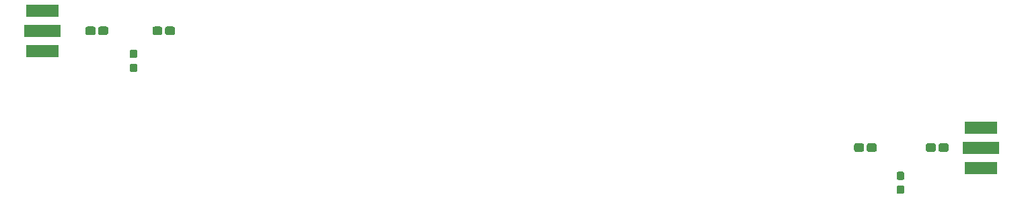
<source format=gbr>
G04 #@! TF.GenerationSoftware,KiCad,Pcbnew,5.1.2-f72e74a~84~ubuntu18.04.1*
G04 #@! TF.CreationDate,2019-11-21T14:14:44+01:00*
G04 #@! TF.ProjectId,FR4_proto,4652345f-7072-46f7-946f-2e6b69636164,rev?*
G04 #@! TF.SameCoordinates,Original*
G04 #@! TF.FileFunction,Paste,Top*
G04 #@! TF.FilePolarity,Positive*
%FSLAX46Y46*%
G04 Gerber Fmt 4.6, Leading zero omitted, Abs format (unit mm)*
G04 Created by KiCad (PCBNEW 5.1.2-f72e74a~84~ubuntu18.04.1) date 2019-11-21 14:14:44*
%MOMM*%
%LPD*%
G04 APERTURE LIST*
%ADD10R,4.060000X1.520000*%
%ADD11R,4.600000X1.520000*%
%ADD12C,0.100000*%
%ADD13C,0.950000*%
%ADD14C,1.050000*%
G04 APERTURE END LIST*
D10*
X176530000Y-106180000D03*
X176530000Y-101100000D03*
D11*
X176530000Y-103640000D03*
D10*
X58420000Y-86360000D03*
X58420000Y-91440000D03*
D11*
X58420000Y-88900000D03*
D12*
G36*
X166630779Y-108396144D02*
G01*
X166653834Y-108399563D01*
X166676443Y-108405227D01*
X166698387Y-108413079D01*
X166719457Y-108423044D01*
X166739448Y-108435026D01*
X166758168Y-108448910D01*
X166775438Y-108464562D01*
X166791090Y-108481832D01*
X166804974Y-108500552D01*
X166816956Y-108520543D01*
X166826921Y-108541613D01*
X166834773Y-108563557D01*
X166840437Y-108586166D01*
X166843856Y-108609221D01*
X166845000Y-108632500D01*
X166845000Y-109207500D01*
X166843856Y-109230779D01*
X166840437Y-109253834D01*
X166834773Y-109276443D01*
X166826921Y-109298387D01*
X166816956Y-109319457D01*
X166804974Y-109339448D01*
X166791090Y-109358168D01*
X166775438Y-109375438D01*
X166758168Y-109391090D01*
X166739448Y-109404974D01*
X166719457Y-109416956D01*
X166698387Y-109426921D01*
X166676443Y-109434773D01*
X166653834Y-109440437D01*
X166630779Y-109443856D01*
X166607500Y-109445000D01*
X166132500Y-109445000D01*
X166109221Y-109443856D01*
X166086166Y-109440437D01*
X166063557Y-109434773D01*
X166041613Y-109426921D01*
X166020543Y-109416956D01*
X166000552Y-109404974D01*
X165981832Y-109391090D01*
X165964562Y-109375438D01*
X165948910Y-109358168D01*
X165935026Y-109339448D01*
X165923044Y-109319457D01*
X165913079Y-109298387D01*
X165905227Y-109276443D01*
X165899563Y-109253834D01*
X165896144Y-109230779D01*
X165895000Y-109207500D01*
X165895000Y-108632500D01*
X165896144Y-108609221D01*
X165899563Y-108586166D01*
X165905227Y-108563557D01*
X165913079Y-108541613D01*
X165923044Y-108520543D01*
X165935026Y-108500552D01*
X165948910Y-108481832D01*
X165964562Y-108464562D01*
X165981832Y-108448910D01*
X166000552Y-108435026D01*
X166020543Y-108423044D01*
X166041613Y-108413079D01*
X166063557Y-108405227D01*
X166086166Y-108399563D01*
X166109221Y-108396144D01*
X166132500Y-108395000D01*
X166607500Y-108395000D01*
X166630779Y-108396144D01*
X166630779Y-108396144D01*
G37*
D13*
X166370000Y-108920000D03*
D12*
G36*
X166630779Y-106646144D02*
G01*
X166653834Y-106649563D01*
X166676443Y-106655227D01*
X166698387Y-106663079D01*
X166719457Y-106673044D01*
X166739448Y-106685026D01*
X166758168Y-106698910D01*
X166775438Y-106714562D01*
X166791090Y-106731832D01*
X166804974Y-106750552D01*
X166816956Y-106770543D01*
X166826921Y-106791613D01*
X166834773Y-106813557D01*
X166840437Y-106836166D01*
X166843856Y-106859221D01*
X166845000Y-106882500D01*
X166845000Y-107457500D01*
X166843856Y-107480779D01*
X166840437Y-107503834D01*
X166834773Y-107526443D01*
X166826921Y-107548387D01*
X166816956Y-107569457D01*
X166804974Y-107589448D01*
X166791090Y-107608168D01*
X166775438Y-107625438D01*
X166758168Y-107641090D01*
X166739448Y-107654974D01*
X166719457Y-107666956D01*
X166698387Y-107676921D01*
X166676443Y-107684773D01*
X166653834Y-107690437D01*
X166630779Y-107693856D01*
X166607500Y-107695000D01*
X166132500Y-107695000D01*
X166109221Y-107693856D01*
X166086166Y-107690437D01*
X166063557Y-107684773D01*
X166041613Y-107676921D01*
X166020543Y-107666956D01*
X166000552Y-107654974D01*
X165981832Y-107641090D01*
X165964562Y-107625438D01*
X165948910Y-107608168D01*
X165935026Y-107589448D01*
X165923044Y-107569457D01*
X165913079Y-107548387D01*
X165905227Y-107526443D01*
X165899563Y-107503834D01*
X165896144Y-107480779D01*
X165895000Y-107457500D01*
X165895000Y-106882500D01*
X165896144Y-106859221D01*
X165899563Y-106836166D01*
X165905227Y-106813557D01*
X165913079Y-106791613D01*
X165923044Y-106770543D01*
X165935026Y-106750552D01*
X165948910Y-106731832D01*
X165964562Y-106714562D01*
X165981832Y-106698910D01*
X166000552Y-106685026D01*
X166020543Y-106673044D01*
X166041613Y-106663079D01*
X166063557Y-106655227D01*
X166086166Y-106649563D01*
X166109221Y-106646144D01*
X166132500Y-106645000D01*
X166607500Y-106645000D01*
X166630779Y-106646144D01*
X166630779Y-106646144D01*
G37*
D13*
X166370000Y-107170000D03*
D12*
G36*
X70110779Y-93056144D02*
G01*
X70133834Y-93059563D01*
X70156443Y-93065227D01*
X70178387Y-93073079D01*
X70199457Y-93083044D01*
X70219448Y-93095026D01*
X70238168Y-93108910D01*
X70255438Y-93124562D01*
X70271090Y-93141832D01*
X70284974Y-93160552D01*
X70296956Y-93180543D01*
X70306921Y-93201613D01*
X70314773Y-93223557D01*
X70320437Y-93246166D01*
X70323856Y-93269221D01*
X70325000Y-93292500D01*
X70325000Y-93867500D01*
X70323856Y-93890779D01*
X70320437Y-93913834D01*
X70314773Y-93936443D01*
X70306921Y-93958387D01*
X70296956Y-93979457D01*
X70284974Y-93999448D01*
X70271090Y-94018168D01*
X70255438Y-94035438D01*
X70238168Y-94051090D01*
X70219448Y-94064974D01*
X70199457Y-94076956D01*
X70178387Y-94086921D01*
X70156443Y-94094773D01*
X70133834Y-94100437D01*
X70110779Y-94103856D01*
X70087500Y-94105000D01*
X69612500Y-94105000D01*
X69589221Y-94103856D01*
X69566166Y-94100437D01*
X69543557Y-94094773D01*
X69521613Y-94086921D01*
X69500543Y-94076956D01*
X69480552Y-94064974D01*
X69461832Y-94051090D01*
X69444562Y-94035438D01*
X69428910Y-94018168D01*
X69415026Y-93999448D01*
X69403044Y-93979457D01*
X69393079Y-93958387D01*
X69385227Y-93936443D01*
X69379563Y-93913834D01*
X69376144Y-93890779D01*
X69375000Y-93867500D01*
X69375000Y-93292500D01*
X69376144Y-93269221D01*
X69379563Y-93246166D01*
X69385227Y-93223557D01*
X69393079Y-93201613D01*
X69403044Y-93180543D01*
X69415026Y-93160552D01*
X69428910Y-93141832D01*
X69444562Y-93124562D01*
X69461832Y-93108910D01*
X69480552Y-93095026D01*
X69500543Y-93083044D01*
X69521613Y-93073079D01*
X69543557Y-93065227D01*
X69566166Y-93059563D01*
X69589221Y-93056144D01*
X69612500Y-93055000D01*
X70087500Y-93055000D01*
X70110779Y-93056144D01*
X70110779Y-93056144D01*
G37*
D13*
X69850000Y-93580000D03*
D12*
G36*
X70110779Y-91306144D02*
G01*
X70133834Y-91309563D01*
X70156443Y-91315227D01*
X70178387Y-91323079D01*
X70199457Y-91333044D01*
X70219448Y-91345026D01*
X70238168Y-91358910D01*
X70255438Y-91374562D01*
X70271090Y-91391832D01*
X70284974Y-91410552D01*
X70296956Y-91430543D01*
X70306921Y-91451613D01*
X70314773Y-91473557D01*
X70320437Y-91496166D01*
X70323856Y-91519221D01*
X70325000Y-91542500D01*
X70325000Y-92117500D01*
X70323856Y-92140779D01*
X70320437Y-92163834D01*
X70314773Y-92186443D01*
X70306921Y-92208387D01*
X70296956Y-92229457D01*
X70284974Y-92249448D01*
X70271090Y-92268168D01*
X70255438Y-92285438D01*
X70238168Y-92301090D01*
X70219448Y-92314974D01*
X70199457Y-92326956D01*
X70178387Y-92336921D01*
X70156443Y-92344773D01*
X70133834Y-92350437D01*
X70110779Y-92353856D01*
X70087500Y-92355000D01*
X69612500Y-92355000D01*
X69589221Y-92353856D01*
X69566166Y-92350437D01*
X69543557Y-92344773D01*
X69521613Y-92336921D01*
X69500543Y-92326956D01*
X69480552Y-92314974D01*
X69461832Y-92301090D01*
X69444562Y-92285438D01*
X69428910Y-92268168D01*
X69415026Y-92249448D01*
X69403044Y-92229457D01*
X69393079Y-92208387D01*
X69385227Y-92186443D01*
X69379563Y-92163834D01*
X69376144Y-92140779D01*
X69375000Y-92117500D01*
X69375000Y-91542500D01*
X69376144Y-91519221D01*
X69379563Y-91496166D01*
X69385227Y-91473557D01*
X69393079Y-91451613D01*
X69403044Y-91430543D01*
X69415026Y-91410552D01*
X69428910Y-91391832D01*
X69444562Y-91374562D01*
X69461832Y-91358910D01*
X69480552Y-91345026D01*
X69500543Y-91333044D01*
X69521613Y-91323079D01*
X69543557Y-91315227D01*
X69566166Y-91309563D01*
X69589221Y-91306144D01*
X69612500Y-91305000D01*
X70087500Y-91305000D01*
X70110779Y-91306144D01*
X70110779Y-91306144D01*
G37*
D13*
X69850000Y-91830000D03*
D12*
G36*
X170579505Y-103087204D02*
G01*
X170603773Y-103090804D01*
X170627572Y-103096765D01*
X170650671Y-103105030D01*
X170672850Y-103115520D01*
X170693893Y-103128132D01*
X170713599Y-103142747D01*
X170731777Y-103159223D01*
X170748253Y-103177401D01*
X170762868Y-103197107D01*
X170775480Y-103218150D01*
X170785970Y-103240329D01*
X170794235Y-103263428D01*
X170800196Y-103287227D01*
X170803796Y-103311495D01*
X170805000Y-103335999D01*
X170805000Y-103886001D01*
X170803796Y-103910505D01*
X170800196Y-103934773D01*
X170794235Y-103958572D01*
X170785970Y-103981671D01*
X170775480Y-104003850D01*
X170762868Y-104024893D01*
X170748253Y-104044599D01*
X170731777Y-104062777D01*
X170713599Y-104079253D01*
X170693893Y-104093868D01*
X170672850Y-104106480D01*
X170650671Y-104116970D01*
X170627572Y-104125235D01*
X170603773Y-104131196D01*
X170579505Y-104134796D01*
X170555001Y-104136000D01*
X169804999Y-104136000D01*
X169780495Y-104134796D01*
X169756227Y-104131196D01*
X169732428Y-104125235D01*
X169709329Y-104116970D01*
X169687150Y-104106480D01*
X169666107Y-104093868D01*
X169646401Y-104079253D01*
X169628223Y-104062777D01*
X169611747Y-104044599D01*
X169597132Y-104024893D01*
X169584520Y-104003850D01*
X169574030Y-103981671D01*
X169565765Y-103958572D01*
X169559804Y-103934773D01*
X169556204Y-103910505D01*
X169555000Y-103886001D01*
X169555000Y-103335999D01*
X169556204Y-103311495D01*
X169559804Y-103287227D01*
X169565765Y-103263428D01*
X169574030Y-103240329D01*
X169584520Y-103218150D01*
X169597132Y-103197107D01*
X169611747Y-103177401D01*
X169628223Y-103159223D01*
X169646401Y-103142747D01*
X169666107Y-103128132D01*
X169687150Y-103115520D01*
X169709329Y-103105030D01*
X169732428Y-103096765D01*
X169756227Y-103090804D01*
X169780495Y-103087204D01*
X169804999Y-103086000D01*
X170555001Y-103086000D01*
X170579505Y-103087204D01*
X170579505Y-103087204D01*
G37*
D14*
X170180000Y-103611000D03*
D12*
G36*
X172179505Y-103087204D02*
G01*
X172203773Y-103090804D01*
X172227572Y-103096765D01*
X172250671Y-103105030D01*
X172272850Y-103115520D01*
X172293893Y-103128132D01*
X172313599Y-103142747D01*
X172331777Y-103159223D01*
X172348253Y-103177401D01*
X172362868Y-103197107D01*
X172375480Y-103218150D01*
X172385970Y-103240329D01*
X172394235Y-103263428D01*
X172400196Y-103287227D01*
X172403796Y-103311495D01*
X172405000Y-103335999D01*
X172405000Y-103886001D01*
X172403796Y-103910505D01*
X172400196Y-103934773D01*
X172394235Y-103958572D01*
X172385970Y-103981671D01*
X172375480Y-104003850D01*
X172362868Y-104024893D01*
X172348253Y-104044599D01*
X172331777Y-104062777D01*
X172313599Y-104079253D01*
X172293893Y-104093868D01*
X172272850Y-104106480D01*
X172250671Y-104116970D01*
X172227572Y-104125235D01*
X172203773Y-104131196D01*
X172179505Y-104134796D01*
X172155001Y-104136000D01*
X171404999Y-104136000D01*
X171380495Y-104134796D01*
X171356227Y-104131196D01*
X171332428Y-104125235D01*
X171309329Y-104116970D01*
X171287150Y-104106480D01*
X171266107Y-104093868D01*
X171246401Y-104079253D01*
X171228223Y-104062777D01*
X171211747Y-104044599D01*
X171197132Y-104024893D01*
X171184520Y-104003850D01*
X171174030Y-103981671D01*
X171165765Y-103958572D01*
X171159804Y-103934773D01*
X171156204Y-103910505D01*
X171155000Y-103886001D01*
X171155000Y-103335999D01*
X171156204Y-103311495D01*
X171159804Y-103287227D01*
X171165765Y-103263428D01*
X171174030Y-103240329D01*
X171184520Y-103218150D01*
X171197132Y-103197107D01*
X171211747Y-103177401D01*
X171228223Y-103159223D01*
X171246401Y-103142747D01*
X171266107Y-103128132D01*
X171287150Y-103115520D01*
X171309329Y-103105030D01*
X171332428Y-103096765D01*
X171356227Y-103090804D01*
X171380495Y-103087204D01*
X171404999Y-103086000D01*
X172155001Y-103086000D01*
X172179505Y-103087204D01*
X172179505Y-103087204D01*
G37*
D14*
X171780000Y-103611000D03*
D12*
G36*
X161559505Y-103087204D02*
G01*
X161583773Y-103090804D01*
X161607572Y-103096765D01*
X161630671Y-103105030D01*
X161652850Y-103115520D01*
X161673893Y-103128132D01*
X161693599Y-103142747D01*
X161711777Y-103159223D01*
X161728253Y-103177401D01*
X161742868Y-103197107D01*
X161755480Y-103218150D01*
X161765970Y-103240329D01*
X161774235Y-103263428D01*
X161780196Y-103287227D01*
X161783796Y-103311495D01*
X161785000Y-103335999D01*
X161785000Y-103886001D01*
X161783796Y-103910505D01*
X161780196Y-103934773D01*
X161774235Y-103958572D01*
X161765970Y-103981671D01*
X161755480Y-104003850D01*
X161742868Y-104024893D01*
X161728253Y-104044599D01*
X161711777Y-104062777D01*
X161693599Y-104079253D01*
X161673893Y-104093868D01*
X161652850Y-104106480D01*
X161630671Y-104116970D01*
X161607572Y-104125235D01*
X161583773Y-104131196D01*
X161559505Y-104134796D01*
X161535001Y-104136000D01*
X160784999Y-104136000D01*
X160760495Y-104134796D01*
X160736227Y-104131196D01*
X160712428Y-104125235D01*
X160689329Y-104116970D01*
X160667150Y-104106480D01*
X160646107Y-104093868D01*
X160626401Y-104079253D01*
X160608223Y-104062777D01*
X160591747Y-104044599D01*
X160577132Y-104024893D01*
X160564520Y-104003850D01*
X160554030Y-103981671D01*
X160545765Y-103958572D01*
X160539804Y-103934773D01*
X160536204Y-103910505D01*
X160535000Y-103886001D01*
X160535000Y-103335999D01*
X160536204Y-103311495D01*
X160539804Y-103287227D01*
X160545765Y-103263428D01*
X160554030Y-103240329D01*
X160564520Y-103218150D01*
X160577132Y-103197107D01*
X160591747Y-103177401D01*
X160608223Y-103159223D01*
X160626401Y-103142747D01*
X160646107Y-103128132D01*
X160667150Y-103115520D01*
X160689329Y-103105030D01*
X160712428Y-103096765D01*
X160736227Y-103090804D01*
X160760495Y-103087204D01*
X160784999Y-103086000D01*
X161535001Y-103086000D01*
X161559505Y-103087204D01*
X161559505Y-103087204D01*
G37*
D14*
X161160000Y-103611000D03*
D12*
G36*
X163159505Y-103087204D02*
G01*
X163183773Y-103090804D01*
X163207572Y-103096765D01*
X163230671Y-103105030D01*
X163252850Y-103115520D01*
X163273893Y-103128132D01*
X163293599Y-103142747D01*
X163311777Y-103159223D01*
X163328253Y-103177401D01*
X163342868Y-103197107D01*
X163355480Y-103218150D01*
X163365970Y-103240329D01*
X163374235Y-103263428D01*
X163380196Y-103287227D01*
X163383796Y-103311495D01*
X163385000Y-103335999D01*
X163385000Y-103886001D01*
X163383796Y-103910505D01*
X163380196Y-103934773D01*
X163374235Y-103958572D01*
X163365970Y-103981671D01*
X163355480Y-104003850D01*
X163342868Y-104024893D01*
X163328253Y-104044599D01*
X163311777Y-104062777D01*
X163293599Y-104079253D01*
X163273893Y-104093868D01*
X163252850Y-104106480D01*
X163230671Y-104116970D01*
X163207572Y-104125235D01*
X163183773Y-104131196D01*
X163159505Y-104134796D01*
X163135001Y-104136000D01*
X162384999Y-104136000D01*
X162360495Y-104134796D01*
X162336227Y-104131196D01*
X162312428Y-104125235D01*
X162289329Y-104116970D01*
X162267150Y-104106480D01*
X162246107Y-104093868D01*
X162226401Y-104079253D01*
X162208223Y-104062777D01*
X162191747Y-104044599D01*
X162177132Y-104024893D01*
X162164520Y-104003850D01*
X162154030Y-103981671D01*
X162145765Y-103958572D01*
X162139804Y-103934773D01*
X162136204Y-103910505D01*
X162135000Y-103886001D01*
X162135000Y-103335999D01*
X162136204Y-103311495D01*
X162139804Y-103287227D01*
X162145765Y-103263428D01*
X162154030Y-103240329D01*
X162164520Y-103218150D01*
X162177132Y-103197107D01*
X162191747Y-103177401D01*
X162208223Y-103159223D01*
X162226401Y-103142747D01*
X162246107Y-103128132D01*
X162267150Y-103115520D01*
X162289329Y-103105030D01*
X162312428Y-103096765D01*
X162336227Y-103090804D01*
X162360495Y-103087204D01*
X162384999Y-103086000D01*
X163135001Y-103086000D01*
X163159505Y-103087204D01*
X163159505Y-103087204D01*
G37*
D14*
X162760000Y-103611000D03*
D12*
G36*
X73259505Y-88376204D02*
G01*
X73283773Y-88379804D01*
X73307572Y-88385765D01*
X73330671Y-88394030D01*
X73352850Y-88404520D01*
X73373893Y-88417132D01*
X73393599Y-88431747D01*
X73411777Y-88448223D01*
X73428253Y-88466401D01*
X73442868Y-88486107D01*
X73455480Y-88507150D01*
X73465970Y-88529329D01*
X73474235Y-88552428D01*
X73480196Y-88576227D01*
X73483796Y-88600495D01*
X73485000Y-88624999D01*
X73485000Y-89175001D01*
X73483796Y-89199505D01*
X73480196Y-89223773D01*
X73474235Y-89247572D01*
X73465970Y-89270671D01*
X73455480Y-89292850D01*
X73442868Y-89313893D01*
X73428253Y-89333599D01*
X73411777Y-89351777D01*
X73393599Y-89368253D01*
X73373893Y-89382868D01*
X73352850Y-89395480D01*
X73330671Y-89405970D01*
X73307572Y-89414235D01*
X73283773Y-89420196D01*
X73259505Y-89423796D01*
X73235001Y-89425000D01*
X72484999Y-89425000D01*
X72460495Y-89423796D01*
X72436227Y-89420196D01*
X72412428Y-89414235D01*
X72389329Y-89405970D01*
X72367150Y-89395480D01*
X72346107Y-89382868D01*
X72326401Y-89368253D01*
X72308223Y-89351777D01*
X72291747Y-89333599D01*
X72277132Y-89313893D01*
X72264520Y-89292850D01*
X72254030Y-89270671D01*
X72245765Y-89247572D01*
X72239804Y-89223773D01*
X72236204Y-89199505D01*
X72235000Y-89175001D01*
X72235000Y-88624999D01*
X72236204Y-88600495D01*
X72239804Y-88576227D01*
X72245765Y-88552428D01*
X72254030Y-88529329D01*
X72264520Y-88507150D01*
X72277132Y-88486107D01*
X72291747Y-88466401D01*
X72308223Y-88448223D01*
X72326401Y-88431747D01*
X72346107Y-88417132D01*
X72367150Y-88404520D01*
X72389329Y-88394030D01*
X72412428Y-88385765D01*
X72436227Y-88379804D01*
X72460495Y-88376204D01*
X72484999Y-88375000D01*
X73235001Y-88375000D01*
X73259505Y-88376204D01*
X73259505Y-88376204D01*
G37*
D14*
X72860000Y-88900000D03*
D12*
G36*
X74859505Y-88376204D02*
G01*
X74883773Y-88379804D01*
X74907572Y-88385765D01*
X74930671Y-88394030D01*
X74952850Y-88404520D01*
X74973893Y-88417132D01*
X74993599Y-88431747D01*
X75011777Y-88448223D01*
X75028253Y-88466401D01*
X75042868Y-88486107D01*
X75055480Y-88507150D01*
X75065970Y-88529329D01*
X75074235Y-88552428D01*
X75080196Y-88576227D01*
X75083796Y-88600495D01*
X75085000Y-88624999D01*
X75085000Y-89175001D01*
X75083796Y-89199505D01*
X75080196Y-89223773D01*
X75074235Y-89247572D01*
X75065970Y-89270671D01*
X75055480Y-89292850D01*
X75042868Y-89313893D01*
X75028253Y-89333599D01*
X75011777Y-89351777D01*
X74993599Y-89368253D01*
X74973893Y-89382868D01*
X74952850Y-89395480D01*
X74930671Y-89405970D01*
X74907572Y-89414235D01*
X74883773Y-89420196D01*
X74859505Y-89423796D01*
X74835001Y-89425000D01*
X74084999Y-89425000D01*
X74060495Y-89423796D01*
X74036227Y-89420196D01*
X74012428Y-89414235D01*
X73989329Y-89405970D01*
X73967150Y-89395480D01*
X73946107Y-89382868D01*
X73926401Y-89368253D01*
X73908223Y-89351777D01*
X73891747Y-89333599D01*
X73877132Y-89313893D01*
X73864520Y-89292850D01*
X73854030Y-89270671D01*
X73845765Y-89247572D01*
X73839804Y-89223773D01*
X73836204Y-89199505D01*
X73835000Y-89175001D01*
X73835000Y-88624999D01*
X73836204Y-88600495D01*
X73839804Y-88576227D01*
X73845765Y-88552428D01*
X73854030Y-88529329D01*
X73864520Y-88507150D01*
X73877132Y-88486107D01*
X73891747Y-88466401D01*
X73908223Y-88448223D01*
X73926401Y-88431747D01*
X73946107Y-88417132D01*
X73967150Y-88404520D01*
X73989329Y-88394030D01*
X74012428Y-88385765D01*
X74036227Y-88379804D01*
X74060495Y-88376204D01*
X74084999Y-88375000D01*
X74835001Y-88375000D01*
X74859505Y-88376204D01*
X74859505Y-88376204D01*
G37*
D14*
X74460000Y-88900000D03*
D12*
G36*
X64839505Y-88376204D02*
G01*
X64863773Y-88379804D01*
X64887572Y-88385765D01*
X64910671Y-88394030D01*
X64932850Y-88404520D01*
X64953893Y-88417132D01*
X64973599Y-88431747D01*
X64991777Y-88448223D01*
X65008253Y-88466401D01*
X65022868Y-88486107D01*
X65035480Y-88507150D01*
X65045970Y-88529329D01*
X65054235Y-88552428D01*
X65060196Y-88576227D01*
X65063796Y-88600495D01*
X65065000Y-88624999D01*
X65065000Y-89175001D01*
X65063796Y-89199505D01*
X65060196Y-89223773D01*
X65054235Y-89247572D01*
X65045970Y-89270671D01*
X65035480Y-89292850D01*
X65022868Y-89313893D01*
X65008253Y-89333599D01*
X64991777Y-89351777D01*
X64973599Y-89368253D01*
X64953893Y-89382868D01*
X64932850Y-89395480D01*
X64910671Y-89405970D01*
X64887572Y-89414235D01*
X64863773Y-89420196D01*
X64839505Y-89423796D01*
X64815001Y-89425000D01*
X64064999Y-89425000D01*
X64040495Y-89423796D01*
X64016227Y-89420196D01*
X63992428Y-89414235D01*
X63969329Y-89405970D01*
X63947150Y-89395480D01*
X63926107Y-89382868D01*
X63906401Y-89368253D01*
X63888223Y-89351777D01*
X63871747Y-89333599D01*
X63857132Y-89313893D01*
X63844520Y-89292850D01*
X63834030Y-89270671D01*
X63825765Y-89247572D01*
X63819804Y-89223773D01*
X63816204Y-89199505D01*
X63815000Y-89175001D01*
X63815000Y-88624999D01*
X63816204Y-88600495D01*
X63819804Y-88576227D01*
X63825765Y-88552428D01*
X63834030Y-88529329D01*
X63844520Y-88507150D01*
X63857132Y-88486107D01*
X63871747Y-88466401D01*
X63888223Y-88448223D01*
X63906401Y-88431747D01*
X63926107Y-88417132D01*
X63947150Y-88404520D01*
X63969329Y-88394030D01*
X63992428Y-88385765D01*
X64016227Y-88379804D01*
X64040495Y-88376204D01*
X64064999Y-88375000D01*
X64815001Y-88375000D01*
X64839505Y-88376204D01*
X64839505Y-88376204D01*
G37*
D14*
X64440000Y-88900000D03*
D12*
G36*
X66439505Y-88376204D02*
G01*
X66463773Y-88379804D01*
X66487572Y-88385765D01*
X66510671Y-88394030D01*
X66532850Y-88404520D01*
X66553893Y-88417132D01*
X66573599Y-88431747D01*
X66591777Y-88448223D01*
X66608253Y-88466401D01*
X66622868Y-88486107D01*
X66635480Y-88507150D01*
X66645970Y-88529329D01*
X66654235Y-88552428D01*
X66660196Y-88576227D01*
X66663796Y-88600495D01*
X66665000Y-88624999D01*
X66665000Y-89175001D01*
X66663796Y-89199505D01*
X66660196Y-89223773D01*
X66654235Y-89247572D01*
X66645970Y-89270671D01*
X66635480Y-89292850D01*
X66622868Y-89313893D01*
X66608253Y-89333599D01*
X66591777Y-89351777D01*
X66573599Y-89368253D01*
X66553893Y-89382868D01*
X66532850Y-89395480D01*
X66510671Y-89405970D01*
X66487572Y-89414235D01*
X66463773Y-89420196D01*
X66439505Y-89423796D01*
X66415001Y-89425000D01*
X65664999Y-89425000D01*
X65640495Y-89423796D01*
X65616227Y-89420196D01*
X65592428Y-89414235D01*
X65569329Y-89405970D01*
X65547150Y-89395480D01*
X65526107Y-89382868D01*
X65506401Y-89368253D01*
X65488223Y-89351777D01*
X65471747Y-89333599D01*
X65457132Y-89313893D01*
X65444520Y-89292850D01*
X65434030Y-89270671D01*
X65425765Y-89247572D01*
X65419804Y-89223773D01*
X65416204Y-89199505D01*
X65415000Y-89175001D01*
X65415000Y-88624999D01*
X65416204Y-88600495D01*
X65419804Y-88576227D01*
X65425765Y-88552428D01*
X65434030Y-88529329D01*
X65444520Y-88507150D01*
X65457132Y-88486107D01*
X65471747Y-88466401D01*
X65488223Y-88448223D01*
X65506401Y-88431747D01*
X65526107Y-88417132D01*
X65547150Y-88404520D01*
X65569329Y-88394030D01*
X65592428Y-88385765D01*
X65616227Y-88379804D01*
X65640495Y-88376204D01*
X65664999Y-88375000D01*
X66415001Y-88375000D01*
X66439505Y-88376204D01*
X66439505Y-88376204D01*
G37*
D14*
X66040000Y-88900000D03*
M02*

</source>
